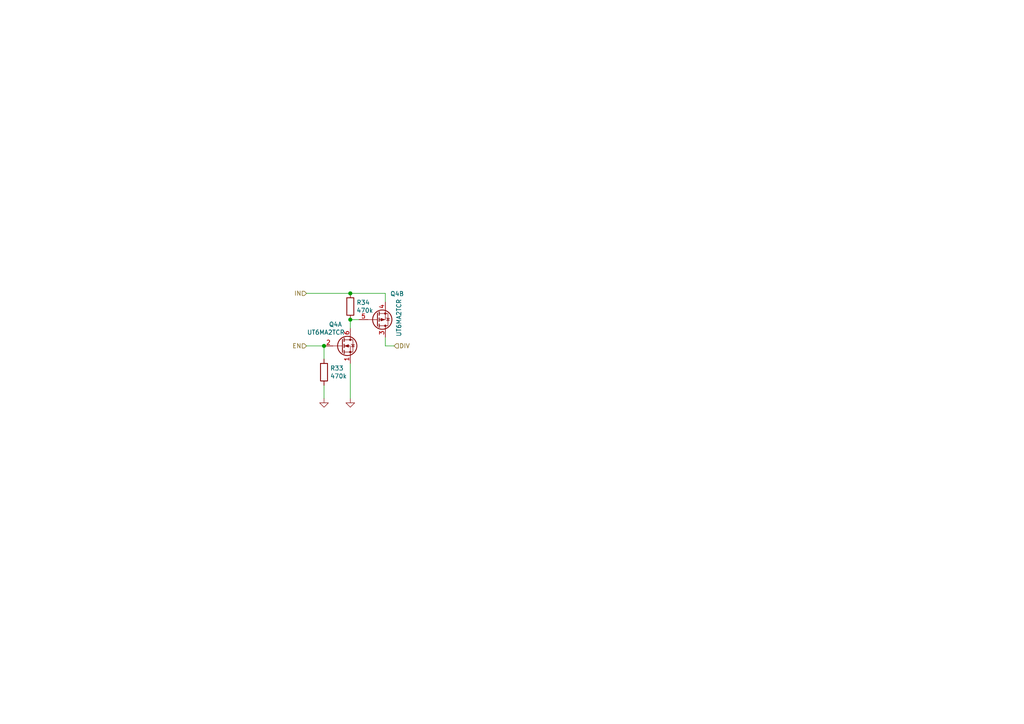
<source format=kicad_sch>
(kicad_sch (version 20211123) (generator eeschema)
  (paper "A4")
  (title_block (title "Kratos pack") (date "2022-07-01") (rev "v${VERSION}") (company "Author: Petr Malaník"))
  (lib_symbols
    (symbol "Device:R" (pin_numbers hide) (pin_names (offset 0))
      (property "Reference" "R" (at 2.032 0 90))
      (property "Value" "R" (at 0 0 90))
      (symbol "R_0_1"
        (rectangle (start -1.016 -2.54) (end 1.016 2.54) (stroke (width 0.254)))
      )
      (symbol "R_1_1"
        (pin passive line (at 0 3.81 270) (length 1.27) (name "~") (number "1"))
        (pin passive line (at 0 -3.81 90) (length 1.27) (name "~") (number "2"))
      )
    )
    (symbol "TCY_IC:UT6MA2TCR" (pin_names hide)
      (property "Reference" "Q" (at 5.08 2.54 0))
      (property "Value" "UT6MA2TCR" (at 5.08 0 0))
      (symbol "UT6MA2TCR_1_1"
        (polyline (pts (xy 0.254 -1.905) (xy 0.254 1.905)) (stroke (width 0.254)))
        (polyline (pts (xy 0.254 0) (xy -2.54 0)))
        (polyline (pts (xy 0.762 -2.286) (xy 0.762 -1.27)) (stroke (width 0.254)))
        (polyline (pts (xy 0.762 -0.508) (xy 0.762 0.508)) (stroke (width 0.254)))
        (polyline (pts (xy 0.762 1.27) (xy 0.762 2.286)) (stroke (width 0.254)))
        (polyline (pts (xy 2.54 1.905) (xy 2.54 2.54)))
        (polyline (pts (xy 2.54 -2.54) (xy 2.54 0) (xy 0.762 0)))
        (polyline (pts (xy 0.762 1.778) (xy 3.302 1.778) (xy 3.302 -1.778) (xy 0.762 -1.778)))
        (polyline (pts (xy 1.016 0) (xy 2.032 -0.381) (xy 2.032 0.381) (xy 1.016 0)) (fill (type outline)))
        (polyline (pts (xy 2.794 0.508) (xy 2.921 0.381) (xy 3.683 0.381) (xy 3.81 0.254)))
        (polyline (pts (xy 3.302 0.381) (xy 2.921 -0.254) (xy 3.683 -0.254) (xy 3.302 0.381)))
        (circle (center 1.651 0) (radius 2.794) (stroke (width 0.254)))
        (circle (center 2.54 -1.778) (radius 0.254) (fill (type outline)))
        (circle (center 2.54 1.778) (radius 0.254) (fill (type outline)))
        (pin passive line (at 2.54 -5.08 90) (length 2.54) (name "SN") (number "1"))
        (pin input line (at -5.08 0 0) (length 2.54) (name "GN") (number "2"))
        (pin passive line (at 2.54 5.08 270) (length 2.54) (name "DN") (number "6"))
        (pin passive line (at 2.54 5.08 270) (length 2.54) hide (name "DN") (number "7"))
      )
      (symbol "UT6MA2TCR_2_1"
        (polyline (pts (xy 0.254 0) (xy -2.54 0)))
        (polyline (pts (xy 0.254 1.905) (xy 0.254 -1.905)) (stroke (width 0.254)))
        (polyline (pts (xy 0.762 -1.27) (xy 0.762 -2.286)) (stroke (width 0.254)))
        (polyline (pts (xy 0.762 0.508) (xy 0.762 -0.508)) (stroke (width 0.254)))
        (polyline (pts (xy 0.762 2.286) (xy 0.762 1.27)) (stroke (width 0.254)))
        (polyline (pts (xy 2.54 -1.905) (xy 2.54 -2.54)))
        (polyline (pts (xy 2.54 2.54) (xy 2.54 0) (xy 0.762 0)))
        (polyline (pts (xy 0.762 -1.778) (xy 3.302 -1.778) (xy 3.302 1.778) (xy 0.762 1.778)))
        (polyline (pts (xy 2.286 0) (xy 1.27 -0.381) (xy 1.27 0.381) (xy 2.286 0)) (fill (type outline)))
        (polyline (pts (xy 2.794 0.508) (xy 2.921 0.381) (xy 3.683 0.381) (xy 3.81 0.254)))
        (polyline (pts (xy 3.302 0.381) (xy 2.921 -0.254) (xy 3.683 -0.254) (xy 3.302 0.381)))
        (circle (center 1.651 0) (radius 2.794) (stroke (width 0.254)))
        (circle (center 2.54 -1.778) (radius 0.254) (fill (type outline)))
        (circle (center 2.54 1.778) (radius 0.254) (fill (type outline)))
        (pin passive line (at 2.54 -5.08 90) (length 2.54) (name "DP") (number "3"))
        (pin passive line (at 2.54 5.08 270) (length 2.54) (name "SP") (number "4"))
        (pin input line (at -5.08 0 0) (length 2.54) (name "GP") (number "5"))
        (pin passive line (at 2.54 5.08 270) (length 2.54) hide (name "SP") (number "8"))
      )
    )
    (symbol "power:GND" (power) (pin_names (offset 0))
      (property "Value" "GND" (at 0 -3.81 0))
      (symbol "GND_0_1"
        (polyline (pts (xy 0 0) (xy 0 -1.27) (xy 1.27 -1.27) (xy 0 -2.54) (xy -1.27 -1.27) (xy 0 -1.27)))
      )
      (symbol "GND_1_1"
        (pin power_in line (at 0 0 270) (length 0) hide (name "GND") (number "1"))
      )
    )
  )
  (junction (at 101.6 85.09) (diameter 1.016))
  (junction (at 101.6 92.71) (diameter 1.016))
  (junction (at 93.98 100.33) (diameter 1.016))
  (wire (pts (xy 88.9 100.33) (xy 93.98 100.33)))
  (wire (pts (xy 111.76 85.09) (xy 111.76 87.63)))
  (wire (pts (xy 111.76 97.79) (xy 111.76 100.33)))
  (wire (pts (xy 111.76 100.33) (xy 114.3 100.33)))
  (wire (pts (xy 93.98 111.76) (xy 93.98 115.57)))
  (wire (pts (xy 93.98 100.33) (xy 93.98 104.14)))
  (wire (pts (xy 104.14 92.71) (xy 101.6 92.71)))
  (wire (pts (xy 101.6 92.71) (xy 101.6 95.25)))
  (wire (pts (xy 101.6 105.41) (xy 101.6 115.57)))
  (wire (pts (xy 88.9 85.09) (xy 101.6 85.09)))
  (wire (pts (xy 101.6 85.09) (xy 111.76 85.09)))
  (hierarchical_label "IN" (shape input) (at 88.9 85.09 180))
  (hierarchical_label "EN" (shape input) (at 88.9 100.33 180))
  (hierarchical_label "DIV" (shape input) (at 114.3 100.33 0))
  (symbol (lib_id "power:GND") (at 93.98 115.57 0) (unit 1)
    (property "Reference" "#PWR078" (effects hide))
    (property "Value" "GND" (effects hide))
  )
  (symbol (lib_id "power:GND") (at 101.6 115.57 0) (unit 1)
    (property "Reference" "#PWR079" (effects hide))
    (property "Value" "GND" (effects hide))
  )
  (symbol (lib_id "Device:R") (at 93.98 107.95 0) (unit 1)
    (property "Reference" "R33" (at 95.7581 106.8006 0) (effects (justify left)))
    (property "Value" "470k" (at 95.758 109.099 0) (effects (justify left)))
    (property "Footprint" "TCY_passives:R_0603_1608Metric" (effects hide))
  )
  (symbol (lib_id "TCY_IC:UT6MA2TCR") (at 109.22 92.71 0) (unit 2)
    (property "Reference" "Q4" (at 113.1571 85.2106 0) (effects (justify left)))
    (property "Value" "UT6MA2TCR" (at 115.6971 97.6693 90) (effects (justify left)))
    (property "Footprint" "TCY_IC:UDFN-6-2EP_2x2mm_P0.65mm_EP1x0.7mm" (effects hide))
    (property "Datasheet" "https://cz.mouser.com/datasheet/2/348/ut6ma2tcr-e-1873584.pdf" (effects hide))
  )
  (symbol (lib_id "TCY_IC:UT6MA2TCR") (at 99.06 100.33 0) (unit 1)
    (property "Reference" "Q4" (at 95.3771 94.1006 0) (effects (justify left)))
    (property "Value" "UT6MA2TCR" (at 89.0271 96.3993 0) (effects (justify left)))
    (property "Footprint" "TCY_IC:UDFN-6-2EP_2x2mm_P0.65mm_EP1x0.7mm" (effects hide))
    (property "Datasheet" "https://cz.mouser.com/datasheet/2/348/ut6ma2tcr-e-1873584.pdf" (effects hide))
  )
  (symbol (lib_id "Device:R") (at 101.6 88.9 0) (unit 1)
    (property "Reference" "R34" (at 103.3781 87.7506 0) (effects (justify left)))
    (property "Value" "470k" (at 103.378 90.049 0) (effects (justify left)))
    (property "Footprint" "TCY_passives:R_0603_1608Metric" (effects hide))
  )
)
</source>
